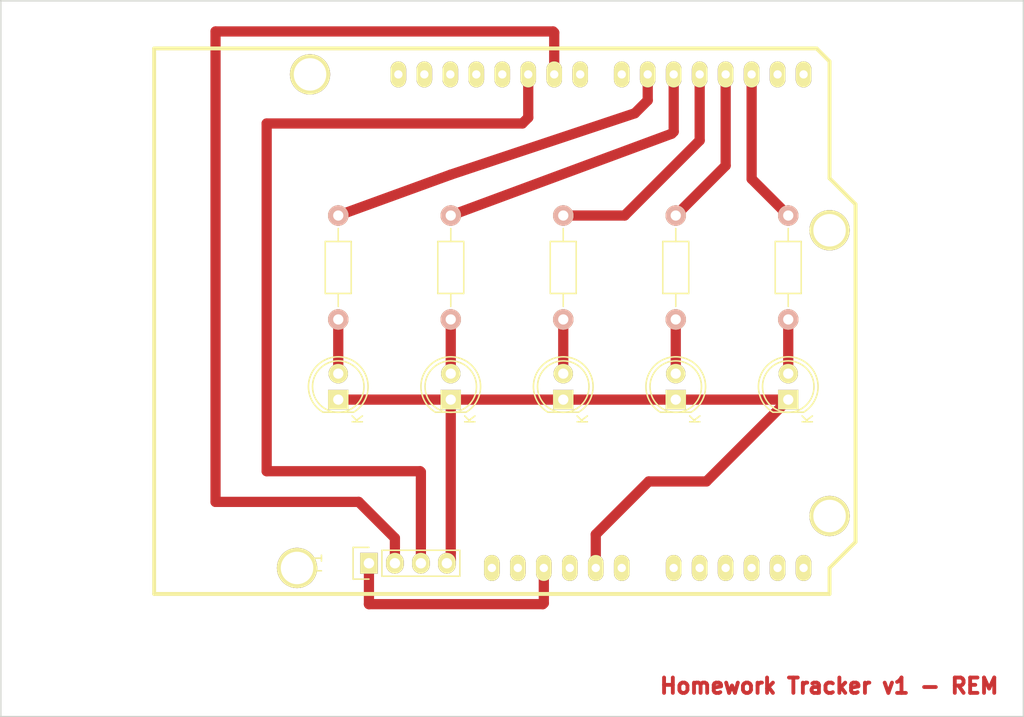
<source format=kicad_pcb>
(kicad_pcb (version 4) (host pcbnew 4.0.2-stable)

  (general
    (links 19)
    (no_connects 0)
    (area 74.924999 57.126 175.075001 130.075001)
    (thickness 1.6)
    (drawings 5)
    (tracks 50)
    (zones 0)
    (modules 12)
    (nets 34)
  )

  (page A4)
  (layers
    (0 F.Cu signal)
    (31 B.Cu signal hide)
    (32 B.Adhes user hide)
    (33 F.Adhes user hide)
    (34 B.Paste user hide)
    (35 F.Paste user hide)
    (36 B.SilkS user hide)
    (37 F.SilkS user hide)
    (38 B.Mask user hide)
    (39 F.Mask user hide)
    (40 Dwgs.User user hide)
    (41 Cmts.User user hide)
    (42 Eco1.User user hide)
    (43 Eco2.User user hide)
    (44 Edge.Cuts user)
    (45 Margin user hide)
    (46 B.CrtYd user hide)
    (47 F.CrtYd user hide)
    (48 B.Fab user hide)
    (49 F.Fab user hide)
  )

  (setup
    (last_trace_width 1)
    (trace_clearance 0.2)
    (zone_clearance 0.508)
    (zone_45_only no)
    (trace_min 0.2)
    (segment_width 0.2)
    (edge_width 0.15)
    (via_size 0.6)
    (via_drill 0.4)
    (via_min_size 0.4)
    (via_min_drill 0.3)
    (uvia_size 0.3)
    (uvia_drill 0.1)
    (uvias_allowed no)
    (uvia_min_size 0.2)
    (uvia_min_drill 0.1)
    (pcb_text_width 0.3)
    (pcb_text_size 1.5 1.5)
    (mod_edge_width 0.15)
    (mod_text_size 1 1)
    (mod_text_width 0.15)
    (pad_size 1.524 1.524)
    (pad_drill 0.762)
    (pad_to_mask_clearance 0.2)
    (aux_axis_origin 0 0)
    (visible_elements FFFFFF7F)
    (pcbplotparams
      (layerselection 0x00030_80000001)
      (usegerberextensions false)
      (excludeedgelayer true)
      (linewidth 0.100000)
      (plotframeref false)
      (viasonmask false)
      (mode 1)
      (useauxorigin false)
      (hpglpennumber 1)
      (hpglpenspeed 20)
      (hpglpendiameter 15)
      (hpglpenoverlay 2)
      (psnegative false)
      (psa4output false)
      (plotreference true)
      (plotvalue true)
      (plotinvisibletext false)
      (padsonsilk false)
      (subtractmaskfromsilk false)
      (outputformat 1)
      (mirror false)
      (drillshape 1)
      (scaleselection 1)
      (outputdirectory ""))
  )

  (net 0 "")
  (net 1 "Net-(D1-Pad1)")
  (net 2 "Net-(D1-Pad2)")
  (net 3 "Net-(D2-Pad2)")
  (net 4 "Net-(D3-Pad2)")
  (net 5 "Net-(D4-Pad2)")
  (net 6 "Net-(D5-Pad2)")
  (net 7 "Net-(P1-Pad1)")
  (net 8 "Net-(P1-Pad2)")
  (net 9 "Net-(P1-Pad3)")
  (net 10 "Net-(R1-Pad1)")
  (net 11 "Net-(R2-Pad1)")
  (net 12 "Net-(R3-Pad1)")
  (net 13 "Net-(R4-Pad1)")
  (net 14 "Net-(R5-Pad1)")
  (net 15 "Net-(SHIELD1-PadAD5)")
  (net 16 "Net-(SHIELD1-PadAD4)")
  (net 17 "Net-(SHIELD1-PadAD3)")
  (net 18 "Net-(SHIELD1-PadAD0)")
  (net 19 "Net-(SHIELD1-PadAD1)")
  (net 20 "Net-(SHIELD1-PadAD2)")
  (net 21 "Net-(SHIELD1-PadV_IN)")
  (net 22 "Net-(SHIELD1-PadGND1)")
  (net 23 "Net-(SHIELD1-Pad3V3)")
  (net 24 "Net-(SHIELD1-PadRST)")
  (net 25 "Net-(SHIELD1-Pad0)")
  (net 26 "Net-(SHIELD1-Pad1)")
  (net 27 "Net-(SHIELD1-Pad7)")
  (net 28 "Net-(SHIELD1-Pad8)")
  (net 29 "Net-(SHIELD1-Pad11)")
  (net 30 "Net-(SHIELD1-Pad12)")
  (net 31 "Net-(SHIELD1-Pad13)")
  (net 32 "Net-(SHIELD1-PadGND3)")
  (net 33 "Net-(SHIELD1-PadAREF)")

  (net_class Default "This is the default net class."
    (clearance 0.2)
    (trace_width 1)
    (via_dia 0.6)
    (via_drill 0.4)
    (uvia_dia 0.3)
    (uvia_drill 0.1)
    (add_net "Net-(D1-Pad1)")
    (add_net "Net-(D1-Pad2)")
    (add_net "Net-(D2-Pad2)")
    (add_net "Net-(D3-Pad2)")
    (add_net "Net-(D4-Pad2)")
    (add_net "Net-(D5-Pad2)")
    (add_net "Net-(P1-Pad1)")
    (add_net "Net-(P1-Pad2)")
    (add_net "Net-(P1-Pad3)")
    (add_net "Net-(R1-Pad1)")
    (add_net "Net-(R2-Pad1)")
    (add_net "Net-(R3-Pad1)")
    (add_net "Net-(R4-Pad1)")
    (add_net "Net-(R5-Pad1)")
    (add_net "Net-(SHIELD1-Pad0)")
    (add_net "Net-(SHIELD1-Pad1)")
    (add_net "Net-(SHIELD1-Pad11)")
    (add_net "Net-(SHIELD1-Pad12)")
    (add_net "Net-(SHIELD1-Pad13)")
    (add_net "Net-(SHIELD1-Pad3V3)")
    (add_net "Net-(SHIELD1-Pad7)")
    (add_net "Net-(SHIELD1-Pad8)")
    (add_net "Net-(SHIELD1-PadAD0)")
    (add_net "Net-(SHIELD1-PadAD1)")
    (add_net "Net-(SHIELD1-PadAD2)")
    (add_net "Net-(SHIELD1-PadAD3)")
    (add_net "Net-(SHIELD1-PadAD4)")
    (add_net "Net-(SHIELD1-PadAD5)")
    (add_net "Net-(SHIELD1-PadAREF)")
    (add_net "Net-(SHIELD1-PadGND1)")
    (add_net "Net-(SHIELD1-PadGND3)")
    (add_net "Net-(SHIELD1-PadRST)")
    (add_net "Net-(SHIELD1-PadV_IN)")
  )

  (module LEDs:LED-5MM (layer F.Cu) (tedit 56F353F1) (tstamp 56F34775)
    (at 108 97 90)
    (descr "LED 5mm round vertical")
    (tags "LED 5mm round vertical")
    (path /56F336AF)
    (fp_text reference D1 (at 5 3 90) (layer Dwgs.User)
      (effects (font (size 1 1) (thickness 0.15)))
    )
    (fp_text value LED (at 2 3 90) (layer Dwgs.User)
      (effects (font (size 1 1) (thickness 0.15)))
    )
    (fp_line (start -1.5 -1.55) (end -1.5 1.55) (layer F.CrtYd) (width 0.05))
    (fp_arc (start 1.3 0) (end -1.5 1.55) (angle -302) (layer F.CrtYd) (width 0.05))
    (fp_arc (start 1.27 0) (end -1.23 -1.5) (angle 297.5) (layer F.SilkS) (width 0.15))
    (fp_line (start -1.23 1.5) (end -1.23 -1.5) (layer F.SilkS) (width 0.15))
    (fp_circle (center 1.27 0) (end 0.97 -2.5) (layer F.SilkS) (width 0.15))
    (fp_text user K (at -1.905 1.905 90) (layer F.SilkS)
      (effects (font (size 1 1) (thickness 0.15)))
    )
    (pad 1 thru_hole rect (at 0 0 180) (size 2 1.9) (drill 1.00076) (layers *.Cu *.Mask F.SilkS)
      (net 1 "Net-(D1-Pad1)"))
    (pad 2 thru_hole circle (at 2.54 0 90) (size 1.9 1.9) (drill 1.00076) (layers *.Cu *.Mask F.SilkS)
      (net 2 "Net-(D1-Pad2)"))
    (model LEDs.3dshapes/LED-5MM.wrl
      (at (xyz 0.05 0 0))
      (scale (xyz 1 1 1))
      (rotate (xyz 0 0 90))
    )
  )

  (module LEDs:LED-5MM (layer F.Cu) (tedit 56F353C9) (tstamp 56F34781)
    (at 119 97 90)
    (descr "LED 5mm round vertical")
    (tags "LED 5mm round vertical")
    (path /56F336E7)
    (fp_text reference D2 (at 5 3 90) (layer Dwgs.User)
      (effects (font (size 1 1) (thickness 0.15)))
    )
    (fp_text value LED (at 2 3 90) (layer Dwgs.User)
      (effects (font (size 1 1) (thickness 0.15)))
    )
    (fp_line (start -1.5 -1.55) (end -1.5 1.55) (layer F.CrtYd) (width 0.05))
    (fp_arc (start 1.3 0) (end -1.5 1.55) (angle -302) (layer F.CrtYd) (width 0.05))
    (fp_arc (start 1.27 0) (end -1.23 -1.5) (angle 297.5) (layer F.SilkS) (width 0.15))
    (fp_line (start -1.23 1.5) (end -1.23 -1.5) (layer F.SilkS) (width 0.15))
    (fp_circle (center 1.27 0) (end 0.97 -2.5) (layer F.SilkS) (width 0.15))
    (fp_text user K (at -1.905 1.905 90) (layer F.SilkS)
      (effects (font (size 1 1) (thickness 0.15)))
    )
    (pad 1 thru_hole rect (at 0 0 180) (size 2 1.9) (drill 1.00076) (layers *.Cu *.Mask F.SilkS)
      (net 1 "Net-(D1-Pad1)"))
    (pad 2 thru_hole circle (at 2.54 0 90) (size 1.9 1.9) (drill 1.00076) (layers *.Cu *.Mask F.SilkS)
      (net 3 "Net-(D2-Pad2)"))
    (model LEDs.3dshapes/LED-5MM.wrl
      (at (xyz 0.05 0 0))
      (scale (xyz 1 1 1))
      (rotate (xyz 0 0 90))
    )
  )

  (module LEDs:LED-5MM (layer F.Cu) (tedit 56F35429) (tstamp 56F3478D)
    (at 130 97 90)
    (descr "LED 5mm round vertical")
    (tags "LED 5mm round vertical")
    (path /56F33710)
    (fp_text reference D3 (at 5 3 90) (layer Dwgs.User)
      (effects (font (size 1 1) (thickness 0.15)))
    )
    (fp_text value LED (at 2 3 90) (layer Dwgs.User)
      (effects (font (size 1 1) (thickness 0.15)))
    )
    (fp_line (start -1.5 -1.55) (end -1.5 1.55) (layer F.CrtYd) (width 0.05))
    (fp_arc (start 1.3 0) (end -1.5 1.55) (angle -302) (layer F.CrtYd) (width 0.05))
    (fp_arc (start 1.27 0) (end -1.23 -1.5) (angle 297.5) (layer F.SilkS) (width 0.15))
    (fp_line (start -1.23 1.5) (end -1.23 -1.5) (layer F.SilkS) (width 0.15))
    (fp_circle (center 1.27 0) (end 0.97 -2.5) (layer F.SilkS) (width 0.15))
    (fp_text user K (at -1.905 1.905 90) (layer F.SilkS)
      (effects (font (size 1 1) (thickness 0.15)))
    )
    (pad 1 thru_hole rect (at 0 0 180) (size 2 1.9) (drill 1.00076) (layers *.Cu *.Mask F.SilkS)
      (net 1 "Net-(D1-Pad1)"))
    (pad 2 thru_hole circle (at 2.54 0 90) (size 1.9 1.9) (drill 1.00076) (layers *.Cu *.Mask F.SilkS)
      (net 4 "Net-(D3-Pad2)"))
    (model LEDs.3dshapes/LED-5MM.wrl
      (at (xyz 0.05 0 0))
      (scale (xyz 1 1 1))
      (rotate (xyz 0 0 90))
    )
  )

  (module LEDs:LED-5MM (layer F.Cu) (tedit 56F3544D) (tstamp 56F34799)
    (at 141 97 90)
    (descr "LED 5mm round vertical")
    (tags "LED 5mm round vertical")
    (path /56F338EC)
    (fp_text reference D4 (at 5 3 90) (layer Dwgs.User)
      (effects (font (size 1 1) (thickness 0.15)))
    )
    (fp_text value LED (at 2 3 90) (layer Dwgs.User)
      (effects (font (size 1 1) (thickness 0.15)))
    )
    (fp_line (start -1.5 -1.55) (end -1.5 1.55) (layer F.CrtYd) (width 0.05))
    (fp_arc (start 1.3 0) (end -1.5 1.55) (angle -302) (layer F.CrtYd) (width 0.05))
    (fp_arc (start 1.27 0) (end -1.23 -1.5) (angle 297.5) (layer F.SilkS) (width 0.15))
    (fp_line (start -1.23 1.5) (end -1.23 -1.5) (layer F.SilkS) (width 0.15))
    (fp_circle (center 1.27 0) (end 0.97 -2.5) (layer F.SilkS) (width 0.15))
    (fp_text user K (at -1.905 1.905 90) (layer F.SilkS)
      (effects (font (size 1 1) (thickness 0.15)))
    )
    (pad 1 thru_hole rect (at 0 0 180) (size 2 1.9) (drill 1.00076) (layers *.Cu *.Mask F.SilkS)
      (net 1 "Net-(D1-Pad1)"))
    (pad 2 thru_hole circle (at 2.54 0 90) (size 1.9 1.9) (drill 1.00076) (layers *.Cu *.Mask F.SilkS)
      (net 5 "Net-(D4-Pad2)"))
    (model LEDs.3dshapes/LED-5MM.wrl
      (at (xyz 0.05 0 0))
      (scale (xyz 1 1 1))
      (rotate (xyz 0 0 90))
    )
  )

  (module LEDs:LED-5MM (layer F.Cu) (tedit 56F35474) (tstamp 56F347A5)
    (at 152 97 90)
    (descr "LED 5mm round vertical")
    (tags "LED 5mm round vertical")
    (path /56F3391E)
    (fp_text reference D5 (at 5 3 90) (layer Dwgs.User)
      (effects (font (size 1 1) (thickness 0.15)))
    )
    (fp_text value LED (at 2 3 90) (layer Dwgs.User)
      (effects (font (size 1 1) (thickness 0.15)))
    )
    (fp_line (start -1.5 -1.55) (end -1.5 1.55) (layer F.CrtYd) (width 0.05))
    (fp_arc (start 1.3 0) (end -1.5 1.55) (angle -302) (layer F.CrtYd) (width 0.05))
    (fp_arc (start 1.27 0) (end -1.23 -1.5) (angle 297.5) (layer F.SilkS) (width 0.15))
    (fp_line (start -1.23 1.5) (end -1.23 -1.5) (layer F.SilkS) (width 0.15))
    (fp_circle (center 1.27 0) (end 0.97 -2.5) (layer F.SilkS) (width 0.15))
    (fp_text user K (at -1.905 1.905 90) (layer F.SilkS)
      (effects (font (size 1 1) (thickness 0.15)))
    )
    (pad 1 thru_hole rect (at 0 0 180) (size 2 1.9) (drill 1.00076) (layers *.Cu *.Mask F.SilkS)
      (net 1 "Net-(D1-Pad1)"))
    (pad 2 thru_hole circle (at 2.54 0 90) (size 1.9 1.9) (drill 1.00076) (layers *.Cu *.Mask F.SilkS)
      (net 6 "Net-(D5-Pad2)"))
    (model LEDs.3dshapes/LED-5MM.wrl
      (at (xyz 0.05 0 0))
      (scale (xyz 1 1 1))
      (rotate (xyz 0 0 90))
    )
  )

  (module Pin_Headers:Pin_Header_Straight_1x04 (layer F.Cu) (tedit 56F35258) (tstamp 56F347B8)
    (at 111 113 90)
    (descr "Through hole pin header")
    (tags "pin header")
    (path /56F33A99)
    (fp_text reference P1 (at 0 -5.1 90) (layer F.SilkS)
      (effects (font (size 1 1) (thickness 0.15)))
    )
    (fp_text value "VCC SOUT EN GND" (at -6 4 180) (layer Dwgs.User)
      (effects (font (size 1 1) (thickness 0.15)))
    )
    (fp_line (start -1.75 -1.75) (end -1.75 9.4) (layer F.CrtYd) (width 0.05))
    (fp_line (start 1.75 -1.75) (end 1.75 9.4) (layer F.CrtYd) (width 0.05))
    (fp_line (start -1.75 -1.75) (end 1.75 -1.75) (layer F.CrtYd) (width 0.05))
    (fp_line (start -1.75 9.4) (end 1.75 9.4) (layer F.CrtYd) (width 0.05))
    (fp_line (start -1.27 1.27) (end -1.27 8.89) (layer F.SilkS) (width 0.15))
    (fp_line (start 1.27 1.27) (end 1.27 8.89) (layer F.SilkS) (width 0.15))
    (fp_line (start 1.55 -1.55) (end 1.55 0) (layer F.SilkS) (width 0.15))
    (fp_line (start -1.27 8.89) (end 1.27 8.89) (layer F.SilkS) (width 0.15))
    (fp_line (start 1.27 1.27) (end -1.27 1.27) (layer F.SilkS) (width 0.15))
    (fp_line (start -1.55 0) (end -1.55 -1.55) (layer F.SilkS) (width 0.15))
    (fp_line (start -1.55 -1.55) (end 1.55 -1.55) (layer F.SilkS) (width 0.15))
    (pad 1 thru_hole rect (at 0 0 90) (size 2.032 1.7272) (drill 1.016) (layers *.Cu *.Mask F.SilkS)
      (net 7 "Net-(P1-Pad1)"))
    (pad 2 thru_hole oval (at 0 2.54 90) (size 2.032 1.7272) (drill 1.016) (layers *.Cu *.Mask F.SilkS)
      (net 8 "Net-(P1-Pad2)"))
    (pad 3 thru_hole oval (at 0 5.08 90) (size 2.032 1.7272) (drill 1.016) (layers *.Cu *.Mask F.SilkS)
      (net 9 "Net-(P1-Pad3)"))
    (pad 4 thru_hole oval (at 0 7.62 90) (size 2.032 1.7272) (drill 1.016) (layers *.Cu *.Mask F.SilkS)
      (net 1 "Net-(D1-Pad1)"))
    (model Pin_Headers.3dshapes/Pin_Header_Straight_1x04.wrl
      (at (xyz 0 -0.15 0))
      (scale (xyz 1 1 1))
      (rotate (xyz 0 0 90))
    )
  )

  (module Resistors_ThroughHole:Resistor_Horizontal_RM10mm (layer F.Cu) (tedit 56F353E5) (tstamp 56F347C8)
    (at 108 79 270)
    (descr "Resistor, Axial,  RM 10mm, 1/3W")
    (tags "Resistor Axial RM 10mm 1/3W")
    (path /56F0B702)
    (fp_text reference R1 (at 7 0 270) (layer Dwgs.User)
      (effects (font (size 1 1) (thickness 0.15)))
    )
    (fp_text value 220 (at 4 0 270) (layer Dwgs.User)
      (effects (font (size 1 1) (thickness 0.15)))
    )
    (fp_line (start -1.25 -1.5) (end 11.4 -1.5) (layer F.CrtYd) (width 0.05))
    (fp_line (start -1.25 1.5) (end -1.25 -1.5) (layer F.CrtYd) (width 0.05))
    (fp_line (start 11.4 -1.5) (end 11.4 1.5) (layer F.CrtYd) (width 0.05))
    (fp_line (start -1.25 1.5) (end 11.4 1.5) (layer F.CrtYd) (width 0.05))
    (fp_line (start 2.54 -1.27) (end 7.62 -1.27) (layer F.SilkS) (width 0.15))
    (fp_line (start 7.62 -1.27) (end 7.62 1.27) (layer F.SilkS) (width 0.15))
    (fp_line (start 7.62 1.27) (end 2.54 1.27) (layer F.SilkS) (width 0.15))
    (fp_line (start 2.54 1.27) (end 2.54 -1.27) (layer F.SilkS) (width 0.15))
    (fp_line (start 2.54 0) (end 1.27 0) (layer F.SilkS) (width 0.15))
    (fp_line (start 7.62 0) (end 8.89 0) (layer F.SilkS) (width 0.15))
    (pad 1 thru_hole circle (at 0 0 270) (size 1.99898 1.99898) (drill 1.00076) (layers *.Cu *.SilkS *.Mask)
      (net 10 "Net-(R1-Pad1)"))
    (pad 2 thru_hole circle (at 10.16 0 270) (size 1.99898 1.99898) (drill 1.00076) (layers *.Cu *.SilkS *.Mask)
      (net 2 "Net-(D1-Pad2)"))
    (model Resistors_ThroughHole.3dshapes/Resistor_Horizontal_RM10mm.wrl
      (at (xyz 0.2 0 0))
      (scale (xyz 0.4 0.4 0.4))
      (rotate (xyz 0 0 0))
    )
  )

  (module Resistors_ThroughHole:Resistor_Horizontal_RM10mm (layer F.Cu) (tedit 56F353FB) (tstamp 56F347D8)
    (at 119 79 270)
    (descr "Resistor, Axial,  RM 10mm, 1/3W")
    (tags "Resistor Axial RM 10mm 1/3W")
    (path /56F0B623)
    (fp_text reference R2 (at 7 0 270) (layer Dwgs.User)
      (effects (font (size 1 1) (thickness 0.15)))
    )
    (fp_text value 220 (at 4 0 270) (layer Dwgs.User)
      (effects (font (size 1 1) (thickness 0.15)))
    )
    (fp_line (start -1.25 -1.5) (end 11.4 -1.5) (layer F.CrtYd) (width 0.05))
    (fp_line (start -1.25 1.5) (end -1.25 -1.5) (layer F.CrtYd) (width 0.05))
    (fp_line (start 11.4 -1.5) (end 11.4 1.5) (layer F.CrtYd) (width 0.05))
    (fp_line (start -1.25 1.5) (end 11.4 1.5) (layer F.CrtYd) (width 0.05))
    (fp_line (start 2.54 -1.27) (end 7.62 -1.27) (layer F.SilkS) (width 0.15))
    (fp_line (start 7.62 -1.27) (end 7.62 1.27) (layer F.SilkS) (width 0.15))
    (fp_line (start 7.62 1.27) (end 2.54 1.27) (layer F.SilkS) (width 0.15))
    (fp_line (start 2.54 1.27) (end 2.54 -1.27) (layer F.SilkS) (width 0.15))
    (fp_line (start 2.54 0) (end 1.27 0) (layer F.SilkS) (width 0.15))
    (fp_line (start 7.62 0) (end 8.89 0) (layer F.SilkS) (width 0.15))
    (pad 1 thru_hole circle (at 0 0 270) (size 1.99898 1.99898) (drill 1.00076) (layers *.Cu *.SilkS *.Mask)
      (net 11 "Net-(R2-Pad1)"))
    (pad 2 thru_hole circle (at 10.16 0 270) (size 1.99898 1.99898) (drill 1.00076) (layers *.Cu *.SilkS *.Mask)
      (net 3 "Net-(D2-Pad2)"))
    (model Resistors_ThroughHole.3dshapes/Resistor_Horizontal_RM10mm.wrl
      (at (xyz 0.2 0 0))
      (scale (xyz 0.4 0.4 0.4))
      (rotate (xyz 0 0 0))
    )
  )

  (module Resistors_ThroughHole:Resistor_Horizontal_RM10mm (layer F.Cu) (tedit 56F35410) (tstamp 56F347E8)
    (at 130 79 270)
    (descr "Resistor, Axial,  RM 10mm, 1/3W")
    (tags "Resistor Axial RM 10mm 1/3W")
    (path /56F32465)
    (fp_text reference R3 (at 7 0 270) (layer Dwgs.User)
      (effects (font (size 1 1) (thickness 0.15)))
    )
    (fp_text value 220 (at 4 0 270) (layer Dwgs.User)
      (effects (font (size 1 1) (thickness 0.15)))
    )
    (fp_line (start -1.25 -1.5) (end 11.4 -1.5) (layer F.CrtYd) (width 0.05))
    (fp_line (start -1.25 1.5) (end -1.25 -1.5) (layer F.CrtYd) (width 0.05))
    (fp_line (start 11.4 -1.5) (end 11.4 1.5) (layer F.CrtYd) (width 0.05))
    (fp_line (start -1.25 1.5) (end 11.4 1.5) (layer F.CrtYd) (width 0.05))
    (fp_line (start 2.54 -1.27) (end 7.62 -1.27) (layer F.SilkS) (width 0.15))
    (fp_line (start 7.62 -1.27) (end 7.62 1.27) (layer F.SilkS) (width 0.15))
    (fp_line (start 7.62 1.27) (end 2.54 1.27) (layer F.SilkS) (width 0.15))
    (fp_line (start 2.54 1.27) (end 2.54 -1.27) (layer F.SilkS) (width 0.15))
    (fp_line (start 2.54 0) (end 1.27 0) (layer F.SilkS) (width 0.15))
    (fp_line (start 7.62 0) (end 8.89 0) (layer F.SilkS) (width 0.15))
    (pad 1 thru_hole circle (at 0 0 270) (size 1.99898 1.99898) (drill 1.00076) (layers *.Cu *.SilkS *.Mask)
      (net 12 "Net-(R3-Pad1)"))
    (pad 2 thru_hole circle (at 10.16 0 270) (size 1.99898 1.99898) (drill 1.00076) (layers *.Cu *.SilkS *.Mask)
      (net 4 "Net-(D3-Pad2)"))
    (model Resistors_ThroughHole.3dshapes/Resistor_Horizontal_RM10mm.wrl
      (at (xyz 0.2 0 0))
      (scale (xyz 0.4 0.4 0.4))
      (rotate (xyz 0 0 0))
    )
  )

  (module Resistors_ThroughHole:Resistor_Horizontal_RM10mm (layer F.Cu) (tedit 56F3543B) (tstamp 56F347F8)
    (at 141 79 270)
    (descr "Resistor, Axial,  RM 10mm, 1/3W")
    (tags "Resistor Axial RM 10mm 1/3W")
    (path /56F3360E)
    (fp_text reference R4 (at 7 0 270) (layer Dwgs.User)
      (effects (font (size 1 1) (thickness 0.15)))
    )
    (fp_text value 220 (at 4 0 270) (layer Dwgs.User)
      (effects (font (size 1 1) (thickness 0.15)))
    )
    (fp_line (start -1.25 -1.5) (end 11.4 -1.5) (layer F.CrtYd) (width 0.05))
    (fp_line (start -1.25 1.5) (end -1.25 -1.5) (layer F.CrtYd) (width 0.05))
    (fp_line (start 11.4 -1.5) (end 11.4 1.5) (layer F.CrtYd) (width 0.05))
    (fp_line (start -1.25 1.5) (end 11.4 1.5) (layer F.CrtYd) (width 0.05))
    (fp_line (start 2.54 -1.27) (end 7.62 -1.27) (layer F.SilkS) (width 0.15))
    (fp_line (start 7.62 -1.27) (end 7.62 1.27) (layer F.SilkS) (width 0.15))
    (fp_line (start 7.62 1.27) (end 2.54 1.27) (layer F.SilkS) (width 0.15))
    (fp_line (start 2.54 1.27) (end 2.54 -1.27) (layer F.SilkS) (width 0.15))
    (fp_line (start 2.54 0) (end 1.27 0) (layer F.SilkS) (width 0.15))
    (fp_line (start 7.62 0) (end 8.89 0) (layer F.SilkS) (width 0.15))
    (pad 1 thru_hole circle (at 0 0 270) (size 1.99898 1.99898) (drill 1.00076) (layers *.Cu *.SilkS *.Mask)
      (net 13 "Net-(R4-Pad1)"))
    (pad 2 thru_hole circle (at 10.16 0 270) (size 1.99898 1.99898) (drill 1.00076) (layers *.Cu *.SilkS *.Mask)
      (net 5 "Net-(D4-Pad2)"))
    (model Resistors_ThroughHole.3dshapes/Resistor_Horizontal_RM10mm.wrl
      (at (xyz 0.2 0 0))
      (scale (xyz 0.4 0.4 0.4))
      (rotate (xyz 0 0 0))
    )
  )

  (module Resistors_ThroughHole:Resistor_Horizontal_RM10mm (layer F.Cu) (tedit 56F35462) (tstamp 56F34808)
    (at 152 79 270)
    (descr "Resistor, Axial,  RM 10mm, 1/3W")
    (tags "Resistor Axial RM 10mm 1/3W")
    (path /56F33640)
    (fp_text reference R5 (at 7 0 270) (layer Dwgs.User)
      (effects (font (size 1 1) (thickness 0.15)))
    )
    (fp_text value 220 (at 4 0 270) (layer Dwgs.User)
      (effects (font (size 1 1) (thickness 0.15)))
    )
    (fp_line (start -1.25 -1.5) (end 11.4 -1.5) (layer F.CrtYd) (width 0.05))
    (fp_line (start -1.25 1.5) (end -1.25 -1.5) (layer F.CrtYd) (width 0.05))
    (fp_line (start 11.4 -1.5) (end 11.4 1.5) (layer F.CrtYd) (width 0.05))
    (fp_line (start -1.25 1.5) (end 11.4 1.5) (layer F.CrtYd) (width 0.05))
    (fp_line (start 2.54 -1.27) (end 7.62 -1.27) (layer F.SilkS) (width 0.15))
    (fp_line (start 7.62 -1.27) (end 7.62 1.27) (layer F.SilkS) (width 0.15))
    (fp_line (start 7.62 1.27) (end 2.54 1.27) (layer F.SilkS) (width 0.15))
    (fp_line (start 2.54 1.27) (end 2.54 -1.27) (layer F.SilkS) (width 0.15))
    (fp_line (start 2.54 0) (end 1.27 0) (layer F.SilkS) (width 0.15))
    (fp_line (start 7.62 0) (end 8.89 0) (layer F.SilkS) (width 0.15))
    (pad 1 thru_hole circle (at 0 0 270) (size 1.99898 1.99898) (drill 1.00076) (layers *.Cu *.SilkS *.Mask)
      (net 14 "Net-(R5-Pad1)"))
    (pad 2 thru_hole circle (at 10.16 0 270) (size 1.99898 1.99898) (drill 1.00076) (layers *.Cu *.SilkS *.Mask)
      (net 6 "Net-(D5-Pad2)"))
    (model Resistors_ThroughHole.3dshapes/Resistor_Horizontal_RM10mm.wrl
      (at (xyz 0.2 0 0))
      (scale (xyz 0.4 0.4 0.4))
      (rotate (xyz 0 0 0))
    )
  )

  (module "arduino_shields:ARDUINO SHIELD" (layer F.Cu) (tedit 56F3529C) (tstamp 56F34835)
    (at 90 116)
    (path /56F0B5FB)
    (fp_text reference SHIELD1 (at 2.54 -57.15) (layer F.SilkS) hide
      (effects (font (thickness 0.3048)))
    )
    (fp_text value ARDUINO_SHIELD (at 5.08 -54.61) (layer F.SilkS) hide
      (effects (font (thickness 0.3048)))
    )
    (fp_line (start 66.04 -40.64) (end 66.04 -52.07) (layer F.SilkS) (width 0.381))
    (fp_line (start 66.04 -52.07) (end 64.77 -53.34) (layer F.SilkS) (width 0.381))
    (fp_line (start 64.77 -53.34) (end 0 -53.34) (layer F.SilkS) (width 0.381))
    (fp_line (start 66.04 0) (end 0 0) (layer F.SilkS) (width 0.381))
    (fp_line (start 0 0) (end 0 -53.34) (layer F.SilkS) (width 0.381))
    (fp_line (start 66.04 -40.64) (end 68.58 -38.1) (layer F.SilkS) (width 0.381))
    (fp_line (start 68.58 -38.1) (end 68.58 -5.08) (layer F.SilkS) (width 0.381))
    (fp_line (start 68.58 -5.08) (end 66.04 -2.54) (layer F.SilkS) (width 0.381))
    (fp_line (start 66.04 -2.54) (end 66.04 0) (layer F.SilkS) (width 0.381))
    (pad AD5 thru_hole oval (at 63.5 -2.54 90) (size 2.54 1.524) (drill 0.8128) (layers *.Cu *.Mask F.SilkS)
      (net 15 "Net-(SHIELD1-PadAD5)"))
    (pad AD4 thru_hole oval (at 60.96 -2.54 90) (size 2.54 1.524) (drill 0.8128) (layers *.Cu *.Mask F.SilkS)
      (net 16 "Net-(SHIELD1-PadAD4)"))
    (pad AD3 thru_hole oval (at 58.42 -2.54 90) (size 2.54 1.524) (drill 0.8128) (layers *.Cu *.Mask F.SilkS)
      (net 17 "Net-(SHIELD1-PadAD3)"))
    (pad AD0 thru_hole oval (at 50.8 -2.54 90) (size 2.54 1.524) (drill 0.8128) (layers *.Cu *.Mask F.SilkS)
      (net 18 "Net-(SHIELD1-PadAD0)"))
    (pad AD1 thru_hole oval (at 53.34 -2.54 90) (size 2.54 1.524) (drill 0.8128) (layers *.Cu *.Mask F.SilkS)
      (net 19 "Net-(SHIELD1-PadAD1)"))
    (pad AD2 thru_hole oval (at 55.88 -2.54 90) (size 2.54 1.524) (drill 0.8128) (layers *.Cu *.Mask F.SilkS)
      (net 20 "Net-(SHIELD1-PadAD2)"))
    (pad V_IN thru_hole oval (at 45.72 -2.54 90) (size 2.54 1.524) (drill 0.8128) (layers *.Cu *.Mask F.SilkS)
      (net 21 "Net-(SHIELD1-PadV_IN)"))
    (pad GND2 thru_hole oval (at 43.18 -2.54 90) (size 2.54 1.524) (drill 0.8128) (layers *.Cu *.Mask F.SilkS)
      (net 1 "Net-(D1-Pad1)"))
    (pad GND1 thru_hole oval (at 40.64 -2.54 90) (size 2.54 1.524) (drill 0.8128) (layers *.Cu *.Mask F.SilkS)
      (net 22 "Net-(SHIELD1-PadGND1)"))
    (pad 3V3 thru_hole oval (at 35.56 -2.54 90) (size 2.54 1.524) (drill 0.8128) (layers *.Cu *.Mask F.SilkS)
      (net 23 "Net-(SHIELD1-Pad3V3)"))
    (pad RST thru_hole oval (at 33.02 -2.54 90) (size 2.54 1.524) (drill 0.8128) (layers *.Cu *.Mask F.SilkS)
      (net 24 "Net-(SHIELD1-PadRST)"))
    (pad 0 thru_hole oval (at 63.5 -50.8 90) (size 2.54 1.524) (drill 0.8128) (layers *.Cu *.Mask F.SilkS)
      (net 25 "Net-(SHIELD1-Pad0)"))
    (pad 1 thru_hole oval (at 60.96 -50.8 90) (size 2.54 1.524) (drill 0.8128) (layers *.Cu *.Mask F.SilkS)
      (net 26 "Net-(SHIELD1-Pad1)"))
    (pad 2 thru_hole oval (at 58.42 -50.8 90) (size 2.54 1.524) (drill 0.8128) (layers *.Cu *.Mask F.SilkS)
      (net 14 "Net-(R5-Pad1)"))
    (pad 3 thru_hole oval (at 55.88 -50.8 90) (size 2.54 1.524) (drill 0.8128) (layers *.Cu *.Mask F.SilkS)
      (net 13 "Net-(R4-Pad1)"))
    (pad 4 thru_hole oval (at 53.34 -50.8 90) (size 2.54 1.524) (drill 0.8128) (layers *.Cu *.Mask F.SilkS)
      (net 12 "Net-(R3-Pad1)"))
    (pad 5 thru_hole oval (at 50.8 -50.8 90) (size 2.54 1.524) (drill 0.8128) (layers *.Cu *.Mask F.SilkS)
      (net 11 "Net-(R2-Pad1)"))
    (pad 6 thru_hole oval (at 48.26 -50.8 90) (size 2.54 1.524) (drill 0.8128) (layers *.Cu *.Mask F.SilkS)
      (net 10 "Net-(R1-Pad1)"))
    (pad 7 thru_hole oval (at 45.72 -50.8 90) (size 2.54 1.524) (drill 0.8128) (layers *.Cu *.Mask F.SilkS)
      (net 27 "Net-(SHIELD1-Pad7)"))
    (pad 8 thru_hole oval (at 41.656 -50.8 90) (size 2.54 1.524) (drill 0.8128) (layers *.Cu *.Mask F.SilkS)
      (net 28 "Net-(SHIELD1-Pad8)"))
    (pad 9 thru_hole oval (at 39.116 -50.8 90) (size 2.54 1.524) (drill 0.8128) (layers *.Cu *.Mask F.SilkS)
      (net 8 "Net-(P1-Pad2)"))
    (pad 10 thru_hole oval (at 36.576 -50.8 90) (size 2.54 1.524) (drill 0.8128) (layers *.Cu *.Mask F.SilkS)
      (net 9 "Net-(P1-Pad3)"))
    (pad 11 thru_hole oval (at 34.036 -50.8 90) (size 2.54 1.524) (drill 0.8128) (layers *.Cu *.Mask F.SilkS)
      (net 29 "Net-(SHIELD1-Pad11)"))
    (pad 12 thru_hole oval (at 31.496 -50.8 90) (size 2.54 1.524) (drill 0.8128) (layers *.Cu *.Mask F.SilkS)
      (net 30 "Net-(SHIELD1-Pad12)"))
    (pad 13 thru_hole oval (at 28.956 -50.8 90) (size 2.54 1.524) (drill 0.8128) (layers *.Cu *.Mask F.SilkS)
      (net 31 "Net-(SHIELD1-Pad13)"))
    (pad GND3 thru_hole oval (at 26.416 -50.8 90) (size 2.54 1.524) (drill 0.8128) (layers *.Cu *.Mask F.SilkS)
      (net 32 "Net-(SHIELD1-PadGND3)"))
    (pad AREF thru_hole oval (at 23.876 -50.8 90) (size 2.54 1.524) (drill 0.8128) (layers *.Cu *.Mask F.SilkS)
      (net 33 "Net-(SHIELD1-PadAREF)"))
    (pad 5V thru_hole oval (at 38.1 -2.54 90) (size 2.54 1.524) (drill 0.8128) (layers *.Cu *.Mask F.SilkS)
      (net 7 "Net-(P1-Pad1)"))
    (pad "" thru_hole circle (at 66.04 -7.62 90) (size 3.937 3.937) (drill 3.175) (layers *.Cu *.Mask F.SilkS))
    (pad "" thru_hole circle (at 66.04 -35.56 90) (size 3.937 3.937) (drill 3.175) (layers *.Cu *.Mask F.SilkS))
    (pad "" thru_hole circle (at 15.24 -50.8 90) (size 3.937 3.937) (drill 3.175) (layers *.Cu *.Mask F.SilkS))
    (pad "" thru_hole circle (at 13.97 -2.54 90) (size 3.937 3.937) (drill 3.175) (layers *.Cu *.Mask F.SilkS))
  )

  (gr_text "Homework Tracker v1 - REM" (at 156 125) (layer F.Cu)
    (effects (font (size 1.5 1.5) (thickness 0.375)))
  )
  (gr_line (start 75 128) (end 75 58) (angle 90) (layer Edge.Cuts) (width 0.15))
  (gr_line (start 175 128) (end 75 128) (angle 90) (layer Edge.Cuts) (width 0.15))
  (gr_line (start 175 58) (end 175 128) (angle 90) (layer Edge.Cuts) (width 0.15))
  (gr_line (start 75 58) (end 175 58) (angle 90) (layer Edge.Cuts) (width 0.15))

  (segment (start 119 112) (end 119 112.62) (width 1) (layer F.Cu) (net 1))
  (segment (start 119 112.62) (end 118.62 113) (width 1) (layer F.Cu) (net 1) (tstamp 56F34E88))
  (segment (start 119 97) (end 119 112) (width 1) (layer F.Cu) (net 1))
  (segment (start 119 112.62) (end 118.62 113) (width 1) (layer F.Cu) (net 1) (tstamp 56F34E48))
  (segment (start 133.18 113.46) (end 133.18 110.18) (width 1) (layer F.Cu) (net 1))
  (segment (start 144 105) (end 152 97) (width 1) (layer F.Cu) (net 1) (tstamp 56F34E3A))
  (segment (start 138.36 105) (end 144 105) (width 1) (layer F.Cu) (net 1) (tstamp 56F34E33))
  (segment (start 133.18 110.18) (end 138.36 105) (width 1) (layer F.Cu) (net 1) (tstamp 56F34E2B))
  (segment (start 141 97) (end 130 97) (width 1) (layer F.Cu) (net 1))
  (segment (start 130 97) (end 119 97) (width 1) (layer F.Cu) (net 1) (tstamp 56F34E11))
  (segment (start 119 97) (end 108 97) (width 1) (layer F.Cu) (net 1) (tstamp 56F34E17))
  (segment (start 152 97) (end 141 97) (width 1) (layer F.Cu) (net 1))
  (segment (start 108 89.16) (end 108 94.46) (width 1) (layer F.Cu) (net 2))
  (segment (start 119 89.16) (end 119 94.46) (width 1) (layer F.Cu) (net 3))
  (segment (start 130 89.16) (end 130 94.46) (width 1) (layer F.Cu) (net 4))
  (segment (start 141 89.16) (end 141 94.46) (width 1) (layer F.Cu) (net 5))
  (segment (start 152 89.16) (end 152 94.46) (width 1) (layer F.Cu) (net 6))
  (segment (start 111 113) (end 111 117) (width 1) (layer F.Cu) (net 7))
  (segment (start 128.1 116.9) (end 128.1 113.46) (width 1) (layer F.Cu) (net 7) (tstamp 56F34E70))
  (segment (start 128 117) (end 128.1 116.9) (width 1) (layer F.Cu) (net 7) (tstamp 56F34E6C))
  (segment (start 111 117) (end 128 117) (width 1) (layer F.Cu) (net 7) (tstamp 56F34E68))
  (segment (start 113.54 113) (end 113.54 110.54) (width 1) (layer F.Cu) (net 8))
  (segment (start 129.116 61.116) (end 129.116 65.2) (width 1) (layer F.Cu) (net 8) (tstamp 56F34ED0))
  (segment (start 129 61) (end 129.116 61.116) (width 1) (layer F.Cu) (net 8) (tstamp 56F34ECB))
  (segment (start 96 61) (end 129 61) (width 1) (layer F.Cu) (net 8) (tstamp 56F34EC5))
  (segment (start 96 107) (end 96 61) (width 1) (layer F.Cu) (net 8) (tstamp 56F34EC2))
  (segment (start 110 107) (end 96 107) (width 1) (layer F.Cu) (net 8) (tstamp 56F34EB6))
  (segment (start 113.54 110.54) (end 110 107) (width 1) (layer F.Cu) (net 8) (tstamp 56F34EB3))
  (segment (start 116.08 113) (end 116.08 104.08) (width 1) (layer F.Cu) (net 9))
  (segment (start 126.576 69.424) (end 126.576 65.2) (width 1) (layer F.Cu) (net 9) (tstamp 56F34EEA))
  (segment (start 126 70) (end 126.576 69.424) (width 1) (layer F.Cu) (net 9) (tstamp 56F34EE7))
  (segment (start 101 70) (end 126 70) (width 1) (layer F.Cu) (net 9) (tstamp 56F34EE3))
  (segment (start 101 104) (end 101 70) (width 1) (layer F.Cu) (net 9) (tstamp 56F34EE0))
  (segment (start 116 104) (end 101 104) (width 1) (layer F.Cu) (net 9) (tstamp 56F34EDA))
  (segment (start 116.08 104.08) (end 116 104) (width 1) (layer F.Cu) (net 9) (tstamp 56F34ED7))
  (segment (start 119 75) (end 108 79) (width 1) (layer F.Cu) (net 10) (tstamp 56F34D8F))
  (segment (start 137 69) (end 119 75) (width 1) (layer F.Cu) (net 10) (tstamp 56F34D8C))
  (segment (start 138.26 65.2) (end 138.26 67.74) (width 1) (layer F.Cu) (net 10))
  (segment (start 138.26 67.74) (end 137 69) (width 1) (layer F.Cu) (net 10) (tstamp 56F34D88))
  (segment (start 140.8 65.2) (end 140.8 70.8) (width 1) (layer F.Cu) (net 11))
  (segment (start 140.8 70.8) (end 140.6 71) (width 1) (layer F.Cu) (net 11) (tstamp 56F34D99))
  (segment (start 119 79) (end 119 79) (width 1) (layer F.Cu) (net 11) (tstamp 56F34DA0))
  (segment (start 140.6 71) (end 119 79) (width 1) (layer F.Cu) (net 11) (tstamp 56F34D9C))
  (segment (start 143.34 65.2) (end 143.34 71.66) (width 1) (layer F.Cu) (net 12))
  (segment (start 143.34 71.66) (end 136 79) (width 1) (layer F.Cu) (net 12) (tstamp 56F34DA4))
  (segment (start 136 79) (end 130 79) (width 1) (layer F.Cu) (net 12) (tstamp 56F34DAA))
  (segment (start 145.88 74.12) (end 141 79) (width 1) (layer F.Cu) (net 13) (tstamp 56F34DB2))
  (segment (start 145.88 65.2) (end 145.88 74.12) (width 1) (layer F.Cu) (net 13))
  (segment (start 148.42 65.2) (end 148.42 75.42) (width 1) (layer F.Cu) (net 14))
  (segment (start 148.42 75.42) (end 152 79) (width 1) (layer F.Cu) (net 14) (tstamp 56F34DB8))

)

</source>
